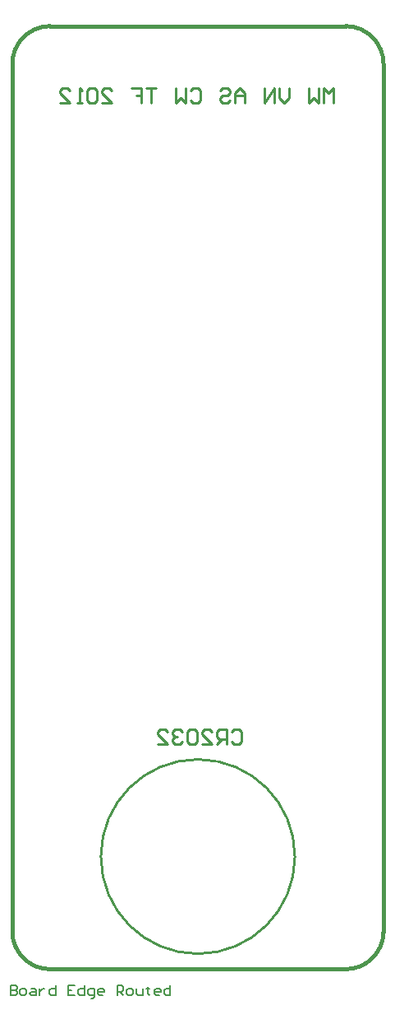
<source format=gbo>
%FSLAX25Y25*%
%MOIN*%
G70*
G01*
G75*
G04 Layer_Color=127485*
%ADD10C,0.06000*%
%ADD11C,0.01575*%
%ADD12C,0.00787*%
%ADD13C,0.05315*%
%ADD14C,0.05512*%
%ADD15O,0.05000X0.10000*%
%ADD16R,0.05000X0.10000*%
%ADD17C,0.07000*%
%ADD18R,0.25590X0.25590*%
%ADD19C,0.39370*%
%ADD20C,0.01969*%
%ADD21C,0.00984*%
%ADD22C,0.01000*%
%ADD23C,0.00100*%
%ADD24C,0.00090*%
%ADD25C,0.00670*%
%ADD26C,0.00750*%
%ADD27C,0.06800*%
%ADD28C,0.06115*%
%ADD29C,0.06312*%
%ADD30O,0.05800X0.10800*%
%ADD31R,0.05800X0.10800*%
%ADD32C,0.07800*%
%ADD33R,0.26391X0.26391*%
%ADD34C,0.40170*%
D11*
X136158Y787D02*
G03*
X151469Y16034I0J15311D01*
G01*
X788Y16037D02*
G03*
X16077Y787I15311J61D01*
G01*
X151469Y367351D02*
G03*
X136158Y382662I-15311J0D01*
G01*
X16101Y382661D02*
G03*
X789Y367350I0J-15311D01*
G01*
X16077Y787D02*
X136158Y787D01*
X788Y16037D02*
X789Y367350D01*
X16101Y382661D02*
X136158Y382662D01*
X151469Y16034D02*
X151469Y367351D01*
D12*
X0Y-5907D02*
Y-9843D01*
X1968D01*
X2624Y-9187D01*
Y-8531D01*
X1968Y-7875D01*
X0D01*
X1968D01*
X2624Y-7219D01*
Y-6563D01*
X1968Y-5907D01*
X0D01*
X4592Y-9843D02*
X5904D01*
X6560Y-9187D01*
Y-7875D01*
X5904Y-7219D01*
X4592D01*
X3936Y-7875D01*
Y-9187D01*
X4592Y-9843D01*
X8527Y-7219D02*
X9839D01*
X10495Y-7875D01*
Y-9843D01*
X8527D01*
X7871Y-9187D01*
X8527Y-8531D01*
X10495D01*
X11807Y-7219D02*
Y-9843D01*
Y-8531D01*
X12463Y-7875D01*
X13119Y-7219D01*
X13775D01*
X18367Y-5907D02*
Y-9843D01*
X16399D01*
X15743Y-9187D01*
Y-7875D01*
X16399Y-7219D01*
X18367D01*
X26238Y-5907D02*
X23614D01*
Y-9843D01*
X26238D01*
X23614Y-7875D02*
X24926D01*
X30174Y-5907D02*
Y-9843D01*
X28206D01*
X27550Y-9187D01*
Y-7875D01*
X28206Y-7219D01*
X30174D01*
X32798Y-11154D02*
X33454D01*
X34110Y-10498D01*
Y-7219D01*
X32142D01*
X31486Y-7875D01*
Y-9187D01*
X32142Y-9843D01*
X34110D01*
X37389D02*
X36078D01*
X35422Y-9187D01*
Y-7875D01*
X36078Y-7219D01*
X37389D01*
X38045Y-7875D01*
Y-8531D01*
X35422D01*
X43293Y-9843D02*
Y-5907D01*
X45261D01*
X45917Y-6563D01*
Y-7875D01*
X45261Y-8531D01*
X43293D01*
X44605D02*
X45917Y-9843D01*
X47885D02*
X49197D01*
X49853Y-9187D01*
Y-7875D01*
X49197Y-7219D01*
X47885D01*
X47229Y-7875D01*
Y-9187D01*
X47885Y-9843D01*
X51165Y-7219D02*
Y-9187D01*
X51821Y-9843D01*
X53788D01*
Y-7219D01*
X55756Y-6563D02*
Y-7219D01*
X55100D01*
X56412D01*
X55756D01*
Y-9187D01*
X56412Y-9843D01*
X60348D02*
X59036D01*
X58380Y-9187D01*
Y-7875D01*
X59036Y-7219D01*
X60348D01*
X61004Y-7875D01*
Y-8531D01*
X58380D01*
X64940Y-5907D02*
Y-9843D01*
X62972D01*
X62316Y-9187D01*
Y-7875D01*
X62972Y-7219D01*
X64940D01*
D22*
X115489Y46373D02*
G03*
X115489Y46373I-39370J0D01*
G01*
X89836Y96821D02*
X90836Y97821D01*
X92835D01*
X93835Y96821D01*
Y92823D01*
X92835Y91823D01*
X90836D01*
X89836Y92823D01*
X87837Y91823D02*
Y97821D01*
X84838D01*
X83838Y96821D01*
Y94822D01*
X84838Y93822D01*
X87837D01*
X85838D02*
X83838Y91823D01*
X77840D02*
X81839D01*
X77840Y95822D01*
Y96821D01*
X78840Y97821D01*
X80839D01*
X81839Y96821D01*
X75841D02*
X74841Y97821D01*
X72842D01*
X71842Y96821D01*
Y92823D01*
X72842Y91823D01*
X74841D01*
X75841Y92823D01*
Y96821D01*
X69843D02*
X68843Y97821D01*
X66844D01*
X65844Y96821D01*
Y95822D01*
X66844Y94822D01*
X67843D01*
X66844D01*
X65844Y93822D01*
Y92823D01*
X66844Y91823D01*
X68843D01*
X69843Y92823D01*
X59846Y91823D02*
X63845D01*
X59846Y95822D01*
Y96821D01*
X60846Y97821D01*
X62845D01*
X63845Y96821D01*
X131237Y351666D02*
Y357664D01*
X129237Y355664D01*
X127238Y357664D01*
Y351666D01*
X125239Y357664D02*
Y351666D01*
X123239Y353665D01*
X121240Y351666D01*
Y357664D01*
X113242D02*
Y353665D01*
X111243Y351666D01*
X109244Y353665D01*
Y357664D01*
X107244Y351666D02*
Y357664D01*
X103246Y351666D01*
Y357664D01*
X95248Y351666D02*
Y355664D01*
X93249Y357664D01*
X91250Y355664D01*
Y351666D01*
Y354665D01*
X95248D01*
X85251Y356664D02*
X86251Y357664D01*
X88250D01*
X89250Y356664D01*
Y355664D01*
X88250Y354665D01*
X86251D01*
X85251Y353665D01*
Y352665D01*
X86251Y351666D01*
X88250D01*
X89250Y352665D01*
X73255Y356664D02*
X74255Y357664D01*
X76254D01*
X77254Y356664D01*
Y352665D01*
X76254Y351666D01*
X74255D01*
X73255Y352665D01*
X71256Y357664D02*
Y351666D01*
X69257Y353665D01*
X67257Y351666D01*
Y357664D01*
X59260D02*
X55261D01*
X57261D01*
Y351666D01*
X49263Y357664D02*
X53262D01*
Y354665D01*
X51262D01*
X53262D01*
Y351666D01*
X37267D02*
X41266D01*
X37267Y355664D01*
Y356664D01*
X38267Y357664D01*
X40266D01*
X41266Y356664D01*
X35268D02*
X34268Y357664D01*
X32269D01*
X31269Y356664D01*
Y352665D01*
X32269Y351666D01*
X34268D01*
X35268Y352665D01*
Y356664D01*
X29269Y351666D02*
X27270D01*
X28270D01*
Y357664D01*
X29269Y356664D01*
X20272Y351666D02*
X24271D01*
X20272Y355664D01*
Y356664D01*
X21272Y357664D01*
X23271D01*
X24271Y356664D01*
M02*

</source>
